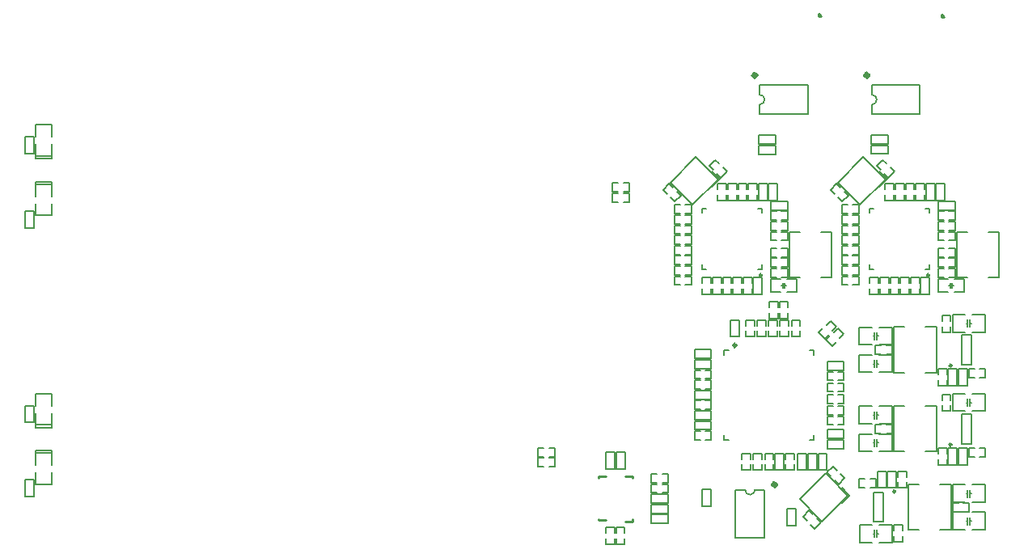
<source format=gbr>
%TF.GenerationSoftware,Altium Limited,Altium Designer,24.0.1 (36)*%
G04 Layer_Color=32896*
%FSLAX45Y45*%
%MOMM*%
%TF.SameCoordinates,B6A243B4-E260-46CF-AFF0-E69CB888832F*%
%TF.FilePolarity,Positive*%
%TF.FileFunction,Legend,Bot*%
%TF.Part,Single*%
G01*
G75*
%TA.AperFunction,NonConductor*%
%ADD66C,0.25000*%
%ADD67C,0.20000*%
%ADD68C,0.25400*%
%ADD69C,0.50000*%
%ADD70C,0.20320*%
%ADD71C,0.15240*%
%ADD74C,0.30000*%
%ADD75C,0.15000*%
D66*
X9984540Y4203800D02*
G03*
X9984540Y4203800I-12500J0D01*
G01*
X9751140Y5977620D02*
G03*
X9751140Y5977620I-12500J0D01*
G01*
X7998540D02*
G03*
X7998540Y5977620I-12500J0D01*
G01*
X9395260Y3713380D02*
G03*
X9395260Y3713380I-12500J0D01*
G01*
X9984540Y5031840D02*
G03*
X9984540Y5031840I-12500J0D01*
G01*
D67*
X8477060Y7663180D02*
Y7967980D01*
X7977060Y7663180D02*
X8477060D01*
X7977060Y7967980D02*
X8477060D01*
X9650540Y7663180D02*
Y7967980D01*
X9150540Y7663180D02*
X9650540D01*
X9150540Y7967980D02*
X9650540D01*
X7721600Y3229800D02*
Y3729800D01*
X8026400Y3229800D02*
Y3729800D01*
X7721600Y3229800D02*
X8026400D01*
X10187940Y4213800D02*
Y4523800D01*
X10087140Y4213800D02*
Y4523800D01*
X10187940D01*
X10087140Y4213800D02*
X10187940D01*
X9123640Y6042620D02*
Y6087620D01*
Y6042620D02*
X9168640D01*
X9123640Y6627620D02*
Y6672620D01*
X9168640D01*
X9708640D02*
X9753640D01*
Y6627620D02*
Y6672620D01*
Y6042620D02*
Y6087620D01*
X9708640Y6042620D02*
X9753640D01*
X8494649Y5191861D02*
X8544662Y5191862D01*
X8544661Y5141849D02*
X8544662Y5191862D01*
X8544661Y4301871D02*
X8544662Y4251858D01*
X8494649Y4251859D02*
X8544662Y4251858D01*
X7604658Y5191862D02*
X7654671Y5191861D01*
X7604658Y5191862D02*
X7604659Y5141849D01*
X7604658Y4251858D02*
X7604659Y4301871D01*
X7604658Y4251858D02*
X7654671Y4251859D01*
X9229189Y6903614D02*
X9310012Y6984437D01*
X9229189Y7065259D02*
X9308216Y6986233D01*
X7956040Y6042620D02*
X8001040D01*
Y6087620D01*
Y6627620D02*
Y6672620D01*
X7956040D02*
X8001040D01*
X7371040D02*
X7416040D01*
X7371040Y6627620D02*
Y6672620D01*
Y6042620D02*
X7416040D01*
X7371040D02*
Y6087620D01*
X7476589Y7065259D02*
X7555616Y6986233D01*
X7476589Y6903614D02*
X7557412Y6984437D01*
X9166860Y3703380D02*
X9267660D01*
X9166860Y3393380D02*
X9267660D01*
Y3703380D01*
X9166860Y3393380D02*
Y3703380D01*
X10087140Y5041840D02*
X10187940D01*
X10087140Y5351840D02*
X10187940D01*
X10087140Y5041840D02*
Y5351840D01*
X10187940Y5041840D02*
Y5351840D01*
X8832949Y3750559D02*
X8911976Y3671533D01*
X8832949Y3588914D02*
X8913772Y3669737D01*
D68*
X8592820Y8685530D02*
Y8710930D01*
X8605520Y8698230D01*
X8592820Y8685530D02*
X8618220D01*
X8599170Y8704580D02*
X8618220Y8685530D01*
X8605520D02*
Y8698230D01*
X9875520Y8682990D02*
Y8708390D01*
X9888220Y8695690D01*
X9875520Y8682990D02*
X9900920D01*
X9881870Y8702040D02*
X9900920Y8682990D01*
X9888220D02*
Y8695690D01*
X6286500Y3413759D02*
Y3426459D01*
Y3413759D02*
X6362700D01*
X6565900Y3401059D02*
X6642100D01*
Y3426459D01*
X6286500Y3855488D02*
Y3870959D01*
X6362700D01*
X6565900D02*
X6642100D01*
Y3858259D02*
Y3870959D01*
D69*
X7937710Y8069580D02*
G03*
X7937710Y8069580I-15450J0D01*
G01*
X9111190D02*
G03*
X9111190Y8069580I-15450J0D01*
G01*
X8143450Y3784600D02*
G03*
X8143450Y3784600I-15450J0D01*
G01*
D70*
X7977060Y7764780D02*
G03*
X8027860Y7815580I0J50800D01*
G01*
X8027860D02*
G03*
X7977060Y7866380I-50800J0D01*
G01*
X9150540Y7764780D02*
G03*
X9201340Y7815580I0J50800D01*
G01*
X9201340D02*
G03*
X9150540Y7866380I-50800J0D01*
G01*
X7874000Y3679000D02*
G03*
X7924800Y3729800I0J50800D01*
G01*
X7823200D02*
G03*
X7874000Y3679000I50800J0D01*
G01*
X399166Y6602580D02*
Y6726980D01*
Y6803180D02*
Y6955080D01*
X569166Y6803180D02*
Y6955080D01*
Y6602580D02*
Y6726980D01*
X399166Y6602580D02*
X569166D01*
X399166Y6955080D02*
X569166D01*
X399166Y6927580D02*
X566666D01*
X7977060Y7663180D02*
Y7764780D01*
Y7866380D02*
Y7967980D01*
X9150540Y7663180D02*
Y7764780D01*
Y7866380D02*
Y7967980D01*
X7924800Y3729800D02*
X8026400D01*
X7721600D02*
X7823200D01*
X9996108Y3495024D02*
X10128008D01*
X10204208D02*
X10336108D01*
X10204208Y3312160D02*
X10336108D01*
X9996108D02*
X10128008D01*
X9996108D02*
Y3495040D01*
X10336108Y3312160D02*
Y3495040D01*
X9996108Y3784584D02*
X10128008D01*
X10204208D02*
X10336108D01*
X10204208Y3601720D02*
X10336108D01*
X9996108D02*
X10128008D01*
X9996108D02*
Y3784600D01*
X10336108Y3601720D02*
Y3784600D01*
X9019720Y3362952D02*
X9151620D01*
X9227820D02*
X9359720D01*
X9227820Y3180088D02*
X9359720D01*
X9019720D02*
X9151620D01*
X9019720D02*
Y3362968D01*
X9359720Y3180088D02*
Y3362968D01*
X9226792Y5250196D02*
X9358692D01*
X9018692D02*
X9150592D01*
X9018692Y5433060D02*
X9150592D01*
X9226792D02*
X9358692D01*
Y5250180D02*
Y5433060D01*
X9018692Y5250180D02*
Y5433060D01*
X9226792Y4132596D02*
X9358692D01*
X9018692D02*
X9150592D01*
X9018692Y4315460D02*
X9150592D01*
X9226792D02*
X9358692D01*
Y4132580D02*
Y4315460D01*
X9018692Y4132580D02*
Y4315460D01*
X9226792Y4422156D02*
X9358692D01*
X9018692D02*
X9150592D01*
X9018692Y4605020D02*
X9150592D01*
X9226792D02*
X9358692D01*
Y4422140D02*
Y4605020D01*
X9018692Y4422140D02*
Y4605020D01*
X10203180Y4554228D02*
X10335080D01*
X9995080D02*
X10126980D01*
X9995080Y4737092D02*
X10126980D01*
X10203180D02*
X10335080D01*
Y4554212D02*
Y4737092D01*
X9995080Y4554212D02*
Y4737092D01*
X9226792Y4960636D02*
X9358692D01*
X9018692D02*
X9150592D01*
X9018692Y5143500D02*
X9150592D01*
X9226792D02*
X9358692D01*
Y4960620D02*
Y5143500D01*
X9018692Y4960620D02*
Y5143500D01*
X10203180Y5382268D02*
X10335080D01*
X9995080D02*
X10126980D01*
X9995080Y5565132D02*
X10126980D01*
X10203180D02*
X10335080D01*
Y5382252D02*
Y5565132D01*
X9995080Y5382252D02*
Y5565132D01*
X399166Y4113310D02*
X566666D01*
X399166Y4140810D02*
X569166D01*
X399166Y3788310D02*
X569166D01*
Y3912710D01*
Y3988910D02*
Y4140810D01*
X399166Y3988910D02*
Y4140810D01*
Y3788310D02*
Y3912710D01*
X569166Y4611449D02*
Y4735849D01*
Y4383349D02*
Y4535249D01*
X399166Y4383349D02*
Y4535249D01*
Y4611449D02*
Y4735849D01*
X569166D01*
X399166Y4383349D02*
X569166D01*
X401666Y4410849D02*
X569166D01*
Y7425719D02*
Y7550119D01*
Y7197619D02*
Y7349519D01*
X399166Y7197619D02*
Y7349519D01*
Y7425719D02*
Y7550119D01*
X569166D01*
X399166Y7197619D02*
X569166D01*
X401666Y7225119D02*
X569166D01*
D71*
X7376160Y3560261D02*
Y3735261D01*
X7467600Y3560261D02*
Y3735261D01*
X7376160D02*
X7467600D01*
X7376160Y3560261D02*
X7467600D01*
X8354060Y3353879D02*
Y3528879D01*
X8262620Y3353879D02*
X8354060D01*
X8262620Y3528879D02*
X8354060D01*
X8262620Y3353879D02*
Y3528879D01*
X8591400Y5374378D02*
X8633513Y5416491D01*
X8673026Y5456004D02*
X8715139Y5498117D01*
X8591397Y5374374D02*
X8656054Y5309717D01*
X8656058Y5309720D02*
X8698171Y5351833D01*
X8715140Y5498118D02*
X8779798Y5433460D01*
X8737684Y5391346D02*
X8779798Y5433460D01*
X9220200Y5893522D02*
Y5953078D01*
X9128760Y5953084D02*
X9220200D01*
Y5778085D02*
Y5837642D01*
X9128760Y5778084D02*
X9220200D01*
X9128760Y5893522D02*
Y5953078D01*
Y5778084D02*
Y5837642D01*
X6610222Y6743700D02*
Y6835140D01*
X6435222Y6743700D02*
Y6835140D01*
X6494780D01*
X6550660Y6743700D02*
X6610216D01*
X6435224D02*
X6494780D01*
X6550660Y6835140D02*
X6610216D01*
X7840980Y6877598D02*
Y6937156D01*
X7749540D02*
X7840980D01*
Y6762162D02*
Y6821718D01*
X7749540Y6762156D02*
X7840980D01*
X7749540Y6877598D02*
Y6937155D01*
Y6762162D02*
Y6821718D01*
X7696200Y5953084D02*
X7787640D01*
X7696200Y5893522D02*
Y5953078D01*
X7787640Y5893522D02*
Y5953078D01*
X7696200Y5778084D02*
Y5837642D01*
Y5778084D02*
X7787640D01*
Y5778085D02*
Y5837642D01*
X7257922Y6195060D02*
Y6286500D01*
X7082922Y6195060D02*
Y6286500D01*
X7142480D01*
X7198360Y6195060D02*
X7257916D01*
X7082924D02*
X7142480D01*
X7198360Y6286500D02*
X7257916D01*
X8950960Y6301740D02*
X9010516D01*
X9010522D02*
Y6393180D01*
X8835524Y6301740D02*
X8895080D01*
X8835522D02*
Y6393180D01*
X8950960D02*
X9010516D01*
X8835522D02*
X8895080D01*
X9010522Y6195060D02*
Y6286500D01*
X8950960D02*
X9010516D01*
X8950960Y6195060D02*
X9010516D01*
X8835522Y6286500D02*
X8895080D01*
X8835522Y6195060D02*
Y6286500D01*
X8835524Y6195060D02*
X8895080D01*
X9010522Y6088380D02*
Y6179820D01*
X8950960D02*
X9010516D01*
X8950960Y6088380D02*
X9010516D01*
X8835522Y6179820D02*
X8895080D01*
X8835522Y6088380D02*
Y6179820D01*
X8835524Y6088380D02*
X8895080D01*
X9281288Y7039595D02*
X9323402Y6997481D01*
X9388059Y7062138D01*
X9199662Y7121220D02*
X9241775Y7079108D01*
X9199658Y7121224D02*
X9264316Y7185882D01*
X9345945Y7104252D02*
X9388058Y7062140D01*
X9264320Y7185878D02*
X9306432Y7143765D01*
X8839605Y6747217D02*
X8904263Y6811875D01*
X8715862Y6870961D02*
X8780519Y6935618D01*
X8822633Y6893504D01*
X8797489Y6789333D02*
X8839602Y6747221D01*
X8715863Y6870959D02*
X8757976Y6828847D01*
X8862147Y6853991D02*
X8904259Y6811878D01*
X8950960Y5875020D02*
X9010516D01*
X9010522D02*
Y5966460D01*
X8835524Y5875020D02*
X8895080D01*
X8835522D02*
Y5966460D01*
X8950960D02*
X9010516D01*
X8835522D02*
X8895080D01*
X8950960Y5981700D02*
X9010516D01*
X9010522D02*
Y6073140D01*
X8835524Y5981700D02*
X8895080D01*
X8835522D02*
Y6073140D01*
X8950960D02*
X9010516D01*
X8835522D02*
X8895080D01*
X8835522Y6515100D02*
Y6606540D01*
X8835527D02*
X8895084D01*
X8835527Y6515100D02*
X8895084D01*
X8950964Y6606540D02*
X9010520D01*
X9010522Y6515100D02*
Y6606540D01*
X8950964Y6515100D02*
X9010522D01*
X8835522Y6408420D02*
Y6499860D01*
X8835527D02*
X8895084D01*
X8835527Y6408420D02*
X8895084D01*
X8950964Y6499860D02*
X9010520D01*
X9010522Y6408420D02*
Y6499860D01*
X8950964Y6408420D02*
X9010522D01*
X9593580Y6877598D02*
Y6937156D01*
X9502140D02*
X9593580D01*
Y6762162D02*
Y6821718D01*
X9502140Y6762156D02*
X9593580D01*
X9502140Y6877598D02*
Y6937155D01*
Y6762162D02*
Y6821718D01*
X9395460Y6762156D02*
X9486900D01*
Y6762162D02*
Y6821718D01*
X9395460Y6762162D02*
Y6821718D01*
X9486900Y6877598D02*
Y6937156D01*
X9395460D02*
X9486900D01*
X9395460Y6877598D02*
Y6937155D01*
X9288780Y6762156D02*
X9380220D01*
Y6762162D02*
Y6821718D01*
X9288780Y6762162D02*
Y6821718D01*
X9380220Y6877598D02*
Y6937156D01*
X9288780D02*
X9380220D01*
X9288780Y6877598D02*
Y6937155D01*
X9700260Y6877598D02*
Y6937156D01*
X9608820D02*
X9700260D01*
Y6762162D02*
Y6821718D01*
X9608820Y6762156D02*
X9700260D01*
X9608820Y6877598D02*
Y6937155D01*
Y6762162D02*
Y6821718D01*
X9806940Y6762156D02*
Y6937156D01*
X9715500D02*
X9806940D01*
X9715500Y6762156D02*
X9806940D01*
X9715500D02*
Y6937156D01*
X9822180Y6762156D02*
X9913620D01*
Y6937156D01*
X9822180Y6762156D02*
Y6937156D01*
X9913620D01*
X7511720Y7185878D02*
X7553832Y7143765D01*
X7593345Y7104252D02*
X7635458Y7062140D01*
X7447058Y7121224D02*
X7511716Y7185882D01*
X7447062Y7121220D02*
X7489175Y7079108D01*
X7570802Y6997481D02*
X7635459Y7062138D01*
X7528688Y7039595D02*
X7570802Y6997481D01*
X7642860Y6762162D02*
Y6821718D01*
Y6877598D02*
Y6937155D01*
Y6762156D02*
X7734300D01*
Y6762162D02*
Y6821718D01*
X7642860Y6937156D02*
X7734300D01*
Y6877598D02*
Y6937156D01*
X7962900Y6762156D02*
Y6937156D01*
Y6762156D02*
X8054340D01*
X7962900Y6937156D02*
X8054340D01*
Y6762156D02*
Y6937156D01*
X7856220Y6762162D02*
Y6821718D01*
Y6877598D02*
Y6937155D01*
Y6762156D02*
X7947660D01*
Y6762162D02*
Y6821718D01*
X7856220Y6937156D02*
X7947660D01*
Y6877598D02*
Y6937156D01*
X7198360Y6621780D02*
X7257916D01*
X7082924D02*
X7142480D01*
X7257922D02*
Y6713220D01*
X7198360D02*
X7257916D01*
X7082922Y6621780D02*
Y6713220D01*
X7142480D01*
X8091280Y5801360D02*
X8192880D01*
X8203040Y5869940D02*
X8215740D01*
X8091280Y5801360D02*
Y5938520D01*
X8192880D01*
X8215740Y5844540D02*
Y5895340D01*
X8236060Y5844540D02*
Y5895340D01*
X8258920Y5801360D02*
X8360520D01*
X8236060Y5869940D02*
X8248760D01*
X8360520Y5801360D02*
Y5938520D01*
X8258920D02*
X8360520D01*
X7627620Y6762162D02*
Y6821718D01*
X7536180Y6762156D02*
X7627620D01*
X7536180Y6762162D02*
Y6821718D01*
X7627620Y6877598D02*
Y6937156D01*
X7536180Y6877598D02*
Y6937155D01*
Y6937156D02*
X7627620D01*
X8617699Y6430927D02*
X8729081D01*
Y5955688D02*
Y6430927D01*
X8617699Y5955688D02*
X8729081D01*
X8283839Y6430927D02*
X8395221D01*
X8283839Y5955688D02*
Y6430927D01*
Y5955688D02*
X8395221D01*
X7198360Y5966460D02*
X7257916D01*
X7257922Y5875020D02*
Y5966460D01*
X7198360Y5875020D02*
X7257916D01*
X7082922Y5966460D02*
X7142480D01*
X7082924Y5875020D02*
X7142480D01*
X7082922D02*
Y5966460D01*
X8090589Y6169660D02*
X8150145D01*
X8090584D02*
Y6261100D01*
X8090589D02*
X8150145D01*
X8206025Y6169660D02*
X8265583D01*
X8206025Y6261100D02*
X8265582D01*
X8265583Y6169660D02*
Y6261100D01*
X7894320Y5893525D02*
Y5953084D01*
Y5778089D02*
Y5837645D01*
X7802880Y5953084D02*
X7894320D01*
X7802880Y5893525D02*
Y5953082D01*
Y5778084D02*
X7894320D01*
X7802880Y5778089D02*
Y5837645D01*
X7907999Y5778084D02*
Y5953084D01*
Y5778084D02*
X7999439D01*
X7907999Y5953084D02*
X7999439D01*
Y5778084D02*
Y5953084D01*
X7082922Y6393180D02*
X7142480D01*
X7198360D02*
X7257916D01*
X7082922Y6301740D02*
Y6393180D01*
X7082924Y6301740D02*
X7142480D01*
X7257922D02*
Y6393180D01*
X7198360Y6301740D02*
X7257916D01*
X8206025Y6339840D02*
X8265583D01*
X8090589D02*
X8150145D01*
X8265583D02*
Y6431280D01*
X8206025D02*
X8265582D01*
X8090584Y6339840D02*
Y6431280D01*
X8090589D02*
X8150145D01*
X8206025Y6062980D02*
X8265583D01*
X8090589D02*
X8150145D01*
X8265583D02*
Y6154420D01*
X8206025D02*
X8265582D01*
X8090584Y6062980D02*
Y6154420D01*
X8090589D02*
X8150145D01*
X8069580Y6937156D02*
X8161020D01*
X8069580Y6762156D02*
Y6937156D01*
X8161020Y6762156D02*
Y6937156D01*
X8069580Y6762156D02*
X8161020D01*
X8206025Y6644640D02*
X8265582D01*
X8265583Y6553200D02*
Y6644640D01*
X8206025Y6553200D02*
X8265583D01*
X8090589Y6644640D02*
X8150145D01*
X8090589Y6553200D02*
X8150145D01*
X8090584D02*
Y6644640D01*
X8265583Y6659880D02*
Y6751320D01*
X8090584D02*
X8265583D01*
X8090584Y6659880D02*
X8265583D01*
X8090584D02*
Y6751320D01*
X8206022Y5956300D02*
X8265578D01*
X8090585D02*
X8150142D01*
X8265583D02*
Y6047740D01*
X8206022D02*
X8265578D01*
X8090584Y5956300D02*
Y6047740D01*
X8150142D01*
X7082924Y5981700D02*
X7142480D01*
X7082922D02*
Y6073140D01*
X7142480D01*
X7198360Y5981700D02*
X7257916D01*
X7198360Y6073140D02*
X7257916D01*
X7257922Y5981700D02*
Y6073140D01*
X7574280Y5778085D02*
Y5837642D01*
X7482840Y5778084D02*
X7574280D01*
X7482840D02*
Y5837642D01*
X7574280Y5893522D02*
Y5953078D01*
X7482840Y5893522D02*
Y5953078D01*
Y5953084D02*
X7574280D01*
X7680960Y5778085D02*
Y5837642D01*
X7589520Y5778084D02*
X7680960D01*
X7589520D02*
Y5837642D01*
X7680960Y5893522D02*
Y5953078D01*
X7589520Y5893522D02*
Y5953078D01*
Y5953084D02*
X7680960D01*
X7027919Y6935618D02*
X7070033Y6893504D01*
X7109547Y6853991D02*
X7151659Y6811878D01*
X6963262Y6870961D02*
X7027919Y6935618D01*
X6963263Y6870959D02*
X7005376Y6828847D01*
X7087005Y6747217D02*
X7151663Y6811875D01*
X7044889Y6789333D02*
X7087002Y6747221D01*
X7376160Y5778084D02*
Y5837642D01*
Y5893522D02*
Y5953078D01*
Y5778084D02*
X7467600D01*
Y5778085D02*
Y5837642D01*
X7376160Y5953084D02*
X7467600D01*
Y5893522D02*
Y5953078D01*
X8160258Y5332142D02*
Y5391698D01*
X8068818Y5332137D02*
X8160258D01*
X8068818Y5332142D02*
Y5391698D01*
X8160258Y5447578D02*
Y5507137D01*
X8068818Y5447578D02*
Y5507135D01*
Y5507137D02*
X8160258D01*
X7948930Y5447578D02*
Y5507135D01*
Y5507137D02*
X8040370D01*
Y5447578D02*
Y5507137D01*
X7948930Y5332142D02*
Y5391698D01*
X8040370Y5332142D02*
Y5391698D01*
X7948930Y5332137D02*
X8040370D01*
X7829042Y5332142D02*
Y5391698D01*
Y5447578D02*
Y5507135D01*
Y5332137D02*
X7920482D01*
Y5332142D02*
Y5391698D01*
X7829042Y5507137D02*
X7920482D01*
Y5447578D02*
Y5507137D01*
X8308848Y5332138D02*
Y5391695D01*
Y5447575D02*
Y5507131D01*
Y5332133D02*
X8400288D01*
Y5332138D02*
Y5391695D01*
X8308848Y5507133D02*
X8400288D01*
Y5447575D02*
Y5507133D01*
X7407362Y4343400D02*
X7466918D01*
X7466923Y4251960D02*
Y4343400D01*
X7407362Y4251960D02*
X7466918D01*
X7291923Y4343400D02*
X7351482D01*
X7291925Y4251960D02*
X7351482D01*
X7291923D02*
Y4343400D01*
X6367780Y3948877D02*
X6459220D01*
X6367780D02*
Y4123877D01*
X6459220Y3948877D02*
Y4123877D01*
X6367780D02*
X6459220D01*
X6365240Y3163059D02*
Y3222617D01*
Y3163059D02*
X6456680D01*
Y3163060D02*
Y3222617D01*
X6365240Y3278497D02*
Y3338053D01*
X6456680Y3278497D02*
Y3338053D01*
X6365240Y3338059D02*
X6456680D01*
X6839084Y3804920D02*
X6898640D01*
X6954520D02*
X7014076D01*
X6839082D02*
Y3896360D01*
X6898640D01*
X7014082Y3804920D02*
Y3896360D01*
X6954520D02*
X7014076D01*
X6839403Y3698240D02*
X6898960D01*
X6954840D02*
X7014396D01*
X6839401D02*
Y3789680D01*
X6898960D01*
X7014401Y3698240D02*
Y3789680D01*
X6954840D02*
X7014396D01*
X6471920Y3163059D02*
Y3222617D01*
Y3163059D02*
X6563360D01*
Y3163060D02*
Y3222617D01*
X6471920Y3278497D02*
Y3338053D01*
X6563360Y3278497D02*
Y3338053D01*
X6471920Y3338059D02*
X6563360D01*
X6838759Y3378200D02*
X7013759D01*
X6838759D02*
Y3469640D01*
X7013759Y3378200D02*
Y3469640D01*
X6838759D02*
X7013759D01*
X6840044Y3484880D02*
X7015044D01*
X6840044D02*
Y3576320D01*
X7015044Y3484880D02*
Y3576320D01*
X6840044D02*
X7015044D01*
X6839401Y3591560D02*
X7014401D01*
X6839401D02*
Y3683000D01*
X7014401Y3591560D02*
Y3683000D01*
X6839401D02*
X7014401D01*
X7291925Y4572000D02*
X7351482D01*
X7291923D02*
Y4663440D01*
X7351482D01*
X7407362Y4572000D02*
X7466918D01*
X7407362Y4663440D02*
X7466918D01*
X7466923Y4572000D02*
Y4663440D01*
X9530979Y3786012D02*
X9642361D01*
X9530979Y3310773D02*
Y3786012D01*
Y3310773D02*
X9642361D01*
X9864839Y3786012D02*
X9976221D01*
Y3310773D02*
Y3786012D01*
X9864839Y3310773D02*
X9976221D01*
X9298940Y3750442D02*
Y3925442D01*
X9207500Y3750442D02*
Y3925442D01*
Y3750442D02*
X9298940D01*
X9207500Y3925442D02*
X9298940D01*
X9314180Y3750761D02*
Y3925761D01*
X9405620Y3750761D02*
Y3925761D01*
X9314180D02*
X9405620D01*
X9314180Y3750761D02*
X9405620D01*
X10140708Y3403592D02*
X10153408D01*
X10178808D02*
X10191508D01*
X10178808Y3365492D02*
Y3441692D01*
X10153408Y3365492D02*
Y3441692D01*
X10140708Y3693152D02*
X10153408D01*
X10178808D02*
X10191508D01*
X10178808Y3655052D02*
Y3731252D01*
X10153408Y3655052D02*
Y3731252D01*
X9420860Y3865880D02*
Y3925436D01*
X9512300Y3750444D02*
Y3810000D01*
Y3865880D02*
Y3925436D01*
X9420860Y3750442D02*
Y3810000D01*
Y3750442D02*
X9512300D01*
X9420860Y3925442D02*
X9512300D01*
X10109006Y3594100D02*
X10168563D01*
X9993570Y3502660D02*
X10053126D01*
X10109006D02*
X10168563D01*
X9993568Y3594100D02*
X10053126D01*
X9993568Y3502660D02*
Y3594100D01*
X10168568Y3502660D02*
Y3594100D01*
X9380220Y3304540D02*
Y3364096D01*
X9471660Y3189104D02*
Y3248660D01*
Y3304540D02*
Y3364096D01*
X9380220Y3189102D02*
Y3248660D01*
Y3189102D02*
X9471660D01*
X9380220Y3364102D02*
X9471660D01*
X9164320Y3271520D02*
X9177020D01*
X9202420D02*
X9215120D01*
X9202420Y3233420D02*
Y3309620D01*
X9177020Y3233420D02*
Y3309620D01*
X9131300Y3843020D02*
X9190856D01*
X9015864Y3751580D02*
X9075420D01*
X9131300D02*
X9190856D01*
X9015862Y3843020D02*
X9075420D01*
X9015862Y3751580D02*
Y3843020D01*
X9190862Y3751580D02*
Y3843020D01*
X10055860Y3991738D02*
Y4166738D01*
X10147300Y3991738D02*
Y4166738D01*
X10055860D02*
X10147300D01*
X10055860Y3991738D02*
X10147300D01*
X9933940Y4819784D02*
Y4879340D01*
X9842500Y4935220D02*
Y4994776D01*
Y4819784D02*
Y4879340D01*
X9933940Y4935220D02*
Y4994778D01*
X9842500D02*
X9933940D01*
X9842500Y4819778D02*
X9933940D01*
X9949180Y4994459D02*
X10040620D01*
X9949180Y4819459D02*
X10040620D01*
X9949180D02*
Y4994459D01*
X10040620Y4819459D02*
Y4994459D01*
X9186237Y5151120D02*
X9245794D01*
X9301674Y5242560D02*
X9361230D01*
X9186237D02*
X9245794D01*
X9301674Y5151120D02*
X9361232D01*
Y5242560D01*
X9186232Y5151120D02*
Y5242560D01*
X10055860Y4819778D02*
X10147300D01*
X10055860Y4994778D02*
X10147300D01*
Y4819778D02*
Y4994778D01*
X10055860Y4819778D02*
Y4994778D01*
X7968379Y7244080D02*
X8143379D01*
X7968379Y7335520D02*
X8143379D01*
X7968379Y7244080D02*
Y7335520D01*
X8143379Y7244080D02*
Y7335520D01*
X9141859Y7353300D02*
X9316859D01*
X9141859Y7444740D02*
X9316859D01*
X9141859Y7353300D02*
Y7444740D01*
X9316859Y7353300D02*
Y7444740D01*
X7969021D02*
X8144021D01*
X7969021Y7353300D02*
X8144021D01*
Y7444740D01*
X7969021Y7353300D02*
Y7444740D01*
X9141859Y7246620D02*
X9316859D01*
X9141859Y7338060D02*
X9316859D01*
X9141859Y7246620D02*
Y7338060D01*
X9316859Y7246620D02*
Y7338060D01*
X9201392Y5341628D02*
X9214092D01*
X9163292D02*
X9175992D01*
Y5303528D02*
Y5379728D01*
X9201392Y5303528D02*
Y5379728D01*
X9712439Y4131168D02*
X9823821D01*
Y4606407D01*
X9712439D02*
X9823821D01*
X9378579Y4131168D02*
X9489961D01*
X9378579D02*
Y4606407D01*
X9489961D01*
X9186237Y4323080D02*
X9245794D01*
X9301674Y4414520D02*
X9361230D01*
X9186237D02*
X9245794D01*
X9301674Y4323080D02*
X9361232D01*
Y4414520D01*
X9186232Y4323080D02*
Y4414520D01*
X9201392Y4224028D02*
X9214092D01*
X9163292D02*
X9175992D01*
Y4185928D02*
Y4262128D01*
X9201392Y4185928D02*
Y4262128D01*
Y4513588D02*
X9214092D01*
X9163292D02*
X9175992D01*
Y4475488D02*
Y4551688D01*
X9201392Y4475488D02*
Y4551688D01*
X10163944Y4074160D02*
X10223500D01*
X10279380Y4165600D02*
X10338936D01*
X10163944D02*
X10223500D01*
X10279380Y4074160D02*
X10338938D01*
Y4165600D01*
X10163938Y4074160D02*
Y4165600D01*
X9974580Y5381124D02*
Y5440680D01*
X9883140Y5496560D02*
Y5556116D01*
Y5381124D02*
Y5440680D01*
X9974580Y5496560D02*
Y5556118D01*
X9883140D02*
X9974580D01*
X9883140Y5381118D02*
X9974580D01*
Y4553084D02*
Y4612640D01*
X9883140Y4668520D02*
Y4728076D01*
Y4553084D02*
Y4612640D01*
X9974580Y4668520D02*
Y4728078D01*
X9883140D02*
X9974580D01*
X9883140Y4553078D02*
X9974580D01*
X9933940Y3991744D02*
Y4051300D01*
X9842500Y4107180D02*
Y4166736D01*
Y3991744D02*
Y4051300D01*
X9933940Y4107180D02*
Y4166738D01*
X9842500D02*
X9933940D01*
X9842500Y3991738D02*
X9933940D01*
X10177780Y4645660D02*
X10190480D01*
X10139680D02*
X10152380D01*
Y4607560D02*
Y4683760D01*
X10177780Y4607560D02*
Y4683760D01*
X9712439Y4959208D02*
X9823821D01*
Y5434447D01*
X9712439D02*
X9823821D01*
X9378579Y4959208D02*
X9489961D01*
X9378579D02*
Y5434447D01*
X9489961D01*
X9201392Y5052068D02*
X9214092D01*
X9163292D02*
X9175992D01*
Y5013968D02*
Y5090168D01*
X9201392Y5013968D02*
Y5090168D01*
X10177780Y5473700D02*
X10190480D01*
X10139680D02*
X10152380D01*
Y5435600D02*
Y5511800D01*
X10177780Y5435600D02*
Y5511800D01*
X10163944Y4902200D02*
X10223500D01*
X10279380Y4993640D02*
X10338936D01*
X10163944D02*
X10223500D01*
X10279380Y4902200D02*
X10338938D01*
Y4993640D01*
X10163938Y4902200D02*
Y4993640D01*
X10040620Y3991419D02*
Y4166419D01*
X9949180Y3991419D02*
Y4166419D01*
Y3991419D02*
X10040620D01*
X9949180Y4166419D02*
X10040620D01*
X8272780Y5639518D02*
Y5699076D01*
X8181340D02*
X8272780D01*
X8181340Y5639518D02*
Y5699074D01*
X8272780Y5524082D02*
Y5583638D01*
X8181340Y5524082D02*
Y5583638D01*
Y5524076D02*
X8272780D01*
X8166100Y5639518D02*
Y5699076D01*
X8074660D02*
X8166100D01*
X8074660Y5639518D02*
Y5699074D01*
X8166100Y5524082D02*
Y5583638D01*
X8074660Y5524082D02*
Y5583638D01*
Y5524076D02*
X8166100D01*
X7198364Y6408420D02*
X7257922D01*
Y6499860D01*
X7198364D02*
X7257920D01*
X7082927Y6408420D02*
X7142484D01*
X7082927Y6499860D02*
X7142484D01*
X7082922Y6408420D02*
Y6499860D01*
X7198364Y6515100D02*
X7257922D01*
Y6606540D01*
X7198364D02*
X7257920D01*
X7082927Y6515100D02*
X7142484D01*
X7082927Y6606540D02*
X7142484D01*
X7082922Y6515100D02*
Y6606540D01*
X8813884Y5315146D02*
X8855998Y5357260D01*
X8791340Y5421918D02*
X8855998Y5357260D01*
X8732258Y5233520D02*
X8774371Y5275633D01*
X8667597Y5298174D02*
X8732254Y5233517D01*
X8749226Y5379804D02*
X8791339Y5421917D01*
X8667600Y5298178D02*
X8709713Y5340291D01*
X6474460Y3948877D02*
X6565900D01*
X6474460D02*
Y4123877D01*
X6565900Y3948877D02*
Y4123877D01*
X6474460D02*
X6565900D01*
X9433560Y5778085D02*
Y5837642D01*
X9342120Y5778084D02*
X9433560D01*
X9342120D02*
Y5837642D01*
X9433560Y5893522D02*
Y5953078D01*
X9342120Y5893522D02*
Y5953078D01*
Y5953084D02*
X9433560D01*
X9326880Y5893522D02*
Y5953078D01*
Y5778085D02*
Y5837642D01*
X9235440Y5953084D02*
X9326880D01*
X9235440Y5893522D02*
Y5953078D01*
Y5778084D02*
X9326880D01*
X9235440D02*
Y5837642D01*
X9958625Y6431280D02*
X10018182D01*
X10018183Y6339840D02*
Y6431280D01*
X9958625Y6339840D02*
X10018183D01*
X9843189Y6431280D02*
X9902745D01*
X9843189Y6339840D02*
X9902745D01*
X9843184D02*
Y6431280D01*
X8950960Y6713220D02*
X9010516D01*
X9010522Y6621780D02*
Y6713220D01*
X8950960Y6621780D02*
X9010516D01*
X8835522Y6713220D02*
X8895080D01*
X8835524Y6621780D02*
X8895080D01*
X8835522D02*
Y6713220D01*
X10370299Y6430927D02*
X10481681D01*
Y5955688D02*
Y6430927D01*
X10370299Y5955688D02*
X10481681D01*
X10036439Y6430927D02*
X10147821D01*
X10036439Y5955688D02*
Y6430927D01*
Y5955688D02*
X10147821D01*
X10018183Y6659880D02*
Y6751320D01*
X9843184D02*
X10018183D01*
X9843184Y6659880D02*
X10018183D01*
X9843184D02*
Y6751320D01*
X9958625Y6644640D02*
X10018182D01*
X10018183Y6553200D02*
Y6644640D01*
X9958625Y6553200D02*
X10018183D01*
X9843189Y6644640D02*
X9902745D01*
X9843189Y6553200D02*
X9902745D01*
X9843184D02*
Y6644640D01*
X9843880Y5801360D02*
X9945480D01*
X9955640Y5869940D02*
X9968340D01*
X9843880Y5801360D02*
Y5938520D01*
X9945480D01*
X9968340Y5844540D02*
Y5895340D01*
X9988660Y5844540D02*
Y5895340D01*
X10011520Y5801360D02*
X10113120D01*
X9988660Y5869940D02*
X10001360D01*
X10113120Y5801360D02*
Y5938520D01*
X10011520D02*
X10113120D01*
X9958622Y5956300D02*
X10018178D01*
X9843185D02*
X9902742D01*
X10018183D02*
Y6047740D01*
X9958622D02*
X10018178D01*
X9843184Y5956300D02*
Y6047740D01*
X9902742D01*
X9540240Y5893522D02*
Y5953078D01*
Y5778085D02*
Y5837642D01*
X9448800Y5953084D02*
X9540240D01*
X9448800Y5893522D02*
Y5953078D01*
Y5778084D02*
X9540240D01*
X9448800D02*
Y5837642D01*
X9843189Y6169660D02*
X9902745D01*
X9843184D02*
Y6261100D01*
X9843189D02*
X9902745D01*
X9958625Y6169660D02*
X10018183D01*
X9958625Y6261100D02*
X10018182D01*
X10018183Y6169660D02*
Y6261100D01*
X9843189Y6062980D02*
X9902745D01*
X9843184D02*
Y6154420D01*
X9843189D02*
X9902745D01*
X9958625Y6062980D02*
X10018183D01*
X9958625Y6154420D02*
X10018182D01*
X10018183Y6062980D02*
Y6154420D01*
X9646920Y5893525D02*
Y5953084D01*
Y5778089D02*
Y5837645D01*
X9555480Y5953084D02*
X9646920D01*
X9555480Y5893525D02*
Y5953082D01*
Y5778084D02*
X9646920D01*
X9555480Y5778089D02*
Y5837645D01*
X9660599Y5778084D02*
Y5953084D01*
Y5778084D02*
X9752039D01*
X9660599Y5953084D02*
X9752039D01*
Y5778084D02*
Y5953084D01*
X7292201Y5105400D02*
X7467201D01*
X7292201D02*
Y5196840D01*
X7467201Y5105400D02*
Y5196840D01*
X7292201D02*
X7467201D01*
X7880350Y3936585D02*
Y3996142D01*
X7788910Y3936583D02*
X7880350D01*
Y4052022D02*
Y4111578D01*
X7788910Y4111583D02*
X7880350D01*
X7788910Y3936583D02*
Y3996142D01*
Y4052022D02*
Y4111578D01*
X8797838Y4727702D02*
X8857395D01*
X8857397Y4636262D02*
Y4727702D01*
X8682402D02*
X8741958D01*
X8682397Y4636262D02*
Y4727702D01*
X8797838Y4636262D02*
X8857397D01*
X8682402D02*
X8741958D01*
X8000492Y3936585D02*
Y3996142D01*
X7909052Y3936583D02*
X8000492D01*
Y4052022D02*
Y4111578D01*
X7909052Y4111583D02*
X8000492D01*
X7909052Y3936583D02*
Y3996142D01*
Y4052022D02*
Y4111578D01*
X8682397Y4983480D02*
X8857397D01*
X8682397D02*
Y5074920D01*
X8857397Y4983480D02*
Y5074920D01*
X8682397D02*
X8857397D01*
X8797838Y4967478D02*
X8857395D01*
X8857397Y4876038D02*
Y4967478D01*
X8682402D02*
X8741958D01*
X8682397Y4876038D02*
Y4967478D01*
X8797838Y4876038D02*
X8857397D01*
X8682402D02*
X8741958D01*
X7292201Y4678680D02*
X7467201D01*
X7292201D02*
Y4770120D01*
X7467201Y4678680D02*
Y4770120D01*
X7292201D02*
X7467201D01*
X7407362Y4983480D02*
X7466918D01*
X7291923D02*
X7351482D01*
X7466923Y4892040D02*
Y4983480D01*
X7407362Y4892040D02*
X7466918D01*
X7291923D02*
Y4983480D01*
X7291925Y4892040D02*
X7351482D01*
X8797838Y4500880D02*
X8857395D01*
X8857397Y4409440D02*
Y4500880D01*
X8682402D02*
X8741958D01*
X8682397Y4409440D02*
Y4500880D01*
X8797838Y4409440D02*
X8857397D01*
X8682402D02*
X8741958D01*
X7669022Y5332137D02*
Y5507137D01*
X7760462D01*
X7669022Y5332137D02*
X7760462D01*
Y5507137D01*
X8188960Y5447578D02*
Y5507135D01*
Y5507137D02*
X8280400D01*
X8188960Y5332142D02*
Y5391698D01*
Y5332137D02*
X8280400D01*
Y5447578D02*
Y5507137D01*
Y5332142D02*
Y5391698D01*
X8797838Y4607560D02*
X8857395D01*
X8857397Y4516120D02*
Y4607560D01*
X8682402D02*
X8741958D01*
X8682397Y4516120D02*
Y4607560D01*
X8797838Y4516120D02*
X8857397D01*
X8682402D02*
X8741958D01*
X7291922Y4785360D02*
X7351478D01*
X7407358D02*
X7466916D01*
X7291916D02*
Y4876800D01*
X7291922D02*
X7351478D01*
X7466916Y4785360D02*
Y4876800D01*
X7407358D02*
X7466914D01*
X8682402Y4756150D02*
X8741958D01*
X8797838D02*
X8857397D01*
X8682397D02*
Y4847590D01*
X8682402D02*
X8741958D01*
X8857397Y4756150D02*
Y4847590D01*
X8797838D02*
X8857395D01*
X7292201Y4465320D02*
X7467201D01*
X7292201D02*
Y4556760D01*
X7467201Y4465320D02*
Y4556760D01*
X7292201D02*
X7467201D01*
X8135620Y3936583D02*
Y4111583D01*
X8227060D01*
X8135620Y3936583D02*
X8227060D01*
Y4111583D01*
X8333740Y3936585D02*
Y3996142D01*
X8242300Y3936583D02*
X8333740D01*
Y4052022D02*
Y4111578D01*
X8242300Y4111583D02*
X8333740D01*
X8242300Y3936583D02*
Y3996142D01*
Y4052022D02*
Y4111578D01*
X7292201Y4450080D02*
X7467201D01*
Y4358640D02*
Y4450080D01*
X7292201Y4358640D02*
Y4450080D01*
Y4358640D02*
X7467201D01*
X8120380Y3936585D02*
Y3996142D01*
X8028940Y3936583D02*
X8120380D01*
Y4052022D02*
Y4111578D01*
X8028940Y4111583D02*
X8120380D01*
X8028940Y3936583D02*
Y3996142D01*
Y4052022D02*
Y4111578D01*
X8374380Y3936583D02*
Y4111583D01*
X8465820D01*
X8374380Y3936583D02*
X8465820D01*
Y4111583D01*
X8427502Y3448380D02*
X8469615Y3406268D01*
X8427501Y3448382D02*
X8492158Y3513039D01*
X8509128Y3366755D02*
X8551240Y3324642D01*
X8551244Y3324638D02*
X8615902Y3389296D01*
X8492158Y3513039D02*
X8534272Y3470925D01*
X8573785Y3431412D02*
X8615898Y3389300D01*
X8824044Y3894894D02*
X8866157Y3852781D01*
X8801500Y3788122D02*
X8866158Y3852780D01*
X8742418Y3976520D02*
X8784531Y3934407D01*
X8677757Y3911866D02*
X8742414Y3976523D01*
X8759386Y3830236D02*
X8801500Y3788122D01*
X8677760Y3911862D02*
X8719873Y3869749D01*
X8587740Y3936583D02*
Y4111583D01*
X8679180D01*
X8587740Y3936583D02*
X8679180D01*
Y4111583D01*
X8481060Y3936583D02*
Y4111583D01*
X8572500D01*
X8481060Y3936583D02*
X8572500D01*
Y4111583D01*
X8682799Y4267200D02*
X8857799D01*
X8682799D02*
Y4358640D01*
X8857799Y4267200D02*
Y4358640D01*
X8682799D02*
X8857799D01*
X8682799Y4160520D02*
X8857799D01*
X8682799D02*
Y4251960D01*
X8857799Y4160520D02*
Y4251960D01*
X8682799D02*
X8857799D01*
X7292201Y5090160D02*
X7467201D01*
Y4998720D02*
Y5090160D01*
X7292201Y4998720D02*
Y5090160D01*
Y4998720D02*
X7467201D01*
X286040Y6473591D02*
Y6648591D01*
X377480Y6473591D02*
Y6648591D01*
X286040D02*
X377480D01*
X286040Y6473591D02*
X377480D01*
X286040Y7425189D02*
X377480D01*
X286040Y7250189D02*
X377480D01*
X286040D02*
Y7425189D01*
X377480Y7250189D02*
Y7425189D01*
X286040Y3659271D02*
Y3834271D01*
X377480Y3659271D02*
Y3834271D01*
X286040D02*
X377480D01*
X286040Y3659271D02*
X377480D01*
Y4435869D02*
Y4610869D01*
X286040Y4435869D02*
Y4610869D01*
Y4435869D02*
X377480D01*
X286040Y4610869D02*
X377480D01*
X6550660Y6941820D02*
X6610216D01*
X6435224Y6850380D02*
X6494780D01*
X6550660D02*
X6610216D01*
X6435222Y6941820D02*
X6494780D01*
X6435222Y6850380D02*
Y6941820D01*
X6610222Y6850380D02*
Y6941820D01*
X9843189Y6446520D02*
X9902745D01*
X9958625Y6537960D02*
X10018182D01*
X9843189D02*
X9902745D01*
X9958625Y6446520D02*
X10018183D01*
Y6537960D01*
X9843184Y6446520D02*
Y6537960D01*
X8090589Y6446520D02*
X8150145D01*
X8206025Y6537960D02*
X8265582D01*
X8090589D02*
X8150145D01*
X8206025Y6446520D02*
X8265583D01*
Y6537960D01*
X8090584Y6446520D02*
Y6537960D01*
X7198360Y6179820D02*
X7257916D01*
X7082924Y6088380D02*
X7142480D01*
X7198360D02*
X7257916D01*
X7082922Y6179820D02*
X7142480D01*
X7082922Y6088380D02*
Y6179820D01*
X7257922Y6088380D02*
Y6179820D01*
X5827905Y3972560D02*
Y4064000D01*
X5652905Y3972560D02*
Y4064000D01*
X5712464D01*
X5768344Y3972560D02*
X5827900D01*
X5652907D02*
X5712464D01*
X5768344Y4064000D02*
X5827900D01*
X5827904Y4076700D02*
Y4168140D01*
X5652904Y4076700D02*
Y4168140D01*
X5712462D01*
X5768342Y4076700D02*
X5827898D01*
X5652905D02*
X5712462D01*
X5768342Y4168140D02*
X5827898D01*
D74*
X7714915Y5227858D02*
G03*
X7714661Y5227858I-127J14999D01*
G01*
D75*
X8790953Y6946719D02*
X9060361Y7216127D01*
X8790953Y6946719D02*
X9024439Y6713233D01*
X9060361Y7216127D02*
X9293847Y6982641D01*
X9024439Y6713233D02*
X9293847Y6982641D01*
X7271839Y6713233D02*
X7541247Y6982641D01*
X7307761Y7216127D02*
X7541247Y6982641D01*
X7038353Y6946719D02*
X7271839Y6713233D01*
X7038353Y6946719D02*
X7307761Y7216127D01*
X8664121Y3901427D02*
X8897607Y3667941D01*
X8628199Y3398533D02*
X8897607Y3667941D01*
X8394713Y3632019D02*
X8664121Y3901427D01*
X8394713Y3632019D02*
X8628199Y3398533D01*
%TF.MD5,cee214a4d709b9ee4ec0ad53f860d100*%
M02*

</source>
